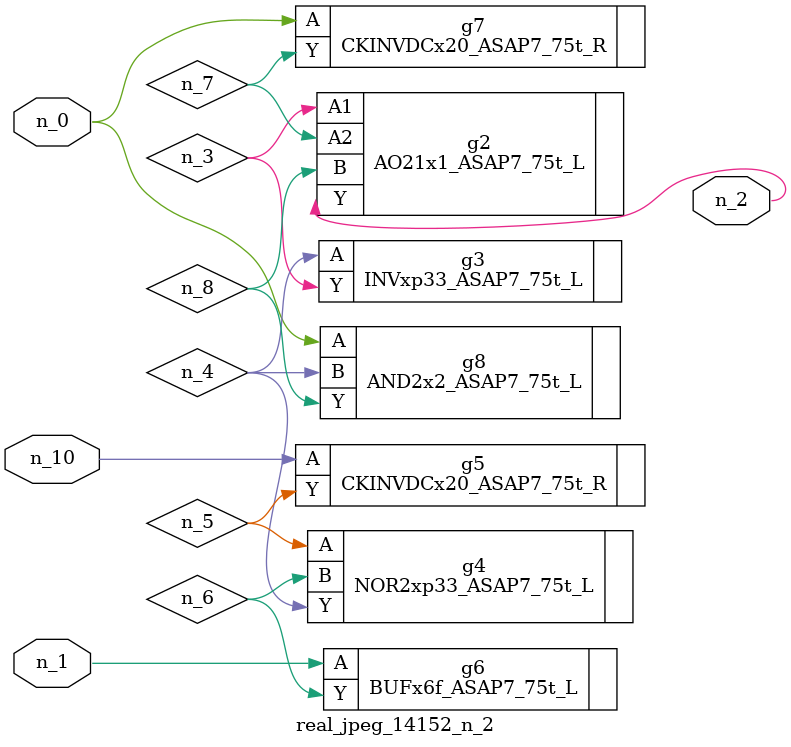
<source format=v>
module real_jpeg_14152_n_2 (n_1, n_10, n_0, n_2);

input n_1;
input n_10;
input n_0;

output n_2;

wire n_5;
wire n_4;
wire n_8;
wire n_6;
wire n_7;
wire n_3;

CKINVDCx20_ASAP7_75t_R g7 ( 
.A(n_0),
.Y(n_7)
);

AND2x2_ASAP7_75t_L g8 ( 
.A(n_0),
.B(n_4),
.Y(n_8)
);

BUFx6f_ASAP7_75t_L g6 ( 
.A(n_1),
.Y(n_6)
);

AO21x1_ASAP7_75t_L g2 ( 
.A1(n_3),
.A2(n_7),
.B(n_8),
.Y(n_2)
);

INVxp33_ASAP7_75t_L g3 ( 
.A(n_4),
.Y(n_3)
);

NOR2xp33_ASAP7_75t_L g4 ( 
.A(n_5),
.B(n_6),
.Y(n_4)
);

CKINVDCx20_ASAP7_75t_R g5 ( 
.A(n_10),
.Y(n_5)
);


endmodule
</source>
